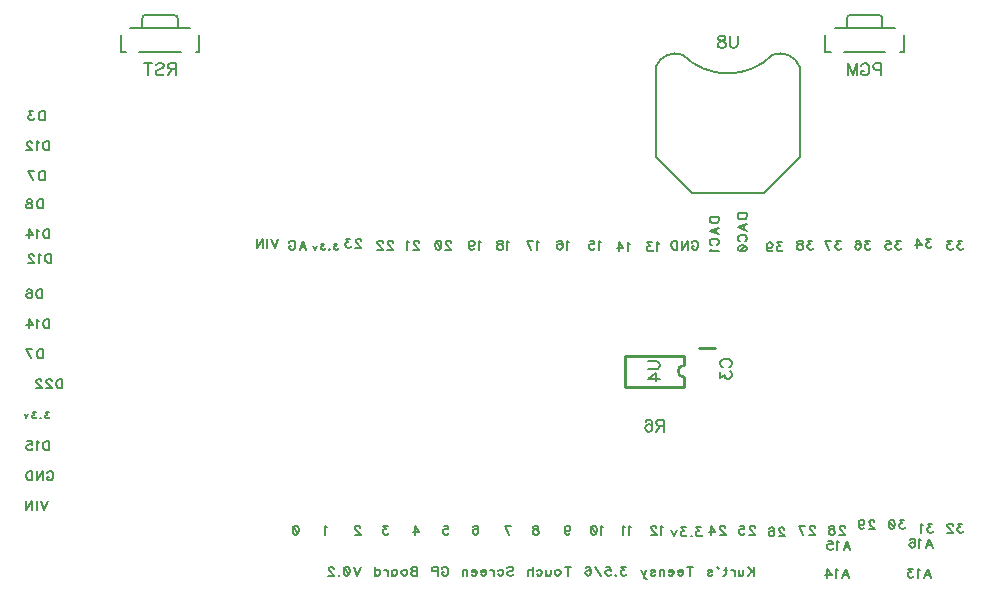
<source format=gbo>
G04 DipTrace 3.0.0.2*
G04 Teensy3.6TouchDisplayLoRa.gbo*
%MOIN*%
G04 #@! TF.FileFunction,Legend,Bot*
G04 #@! TF.Part,Single*
%ADD10C,0.009843*%
%ADD39C,0.005*%
%ADD110C,0.006176*%
%ADD111C,0.007*%
%FSLAX26Y26*%
G04*
G70*
G90*
G75*
G01*
G04 BotSilk*
%LPD*%
X2844272Y1247462D2*
D10*
X2793130D1*
X3243711Y2313703D2*
D39*
X3443712D1*
X3474946Y2288698D2*
Y2232456D1*
X3462446D1*
X3412446D2*
X3274977D1*
X3284699Y2315702D2*
Y2345705D1*
G02X3294712Y2355701I10011J-16D01*
G01*
X3392711D1*
G02X3402724Y2345705I2J-10012D01*
G01*
Y2315702D1*
X3231211Y2232456D2*
X3212477D1*
Y2288698D1*
X894877Y2313703D2*
X1094879D1*
X1126113Y2288698D2*
Y2232456D1*
X1113613D1*
X1063613D2*
X926144D1*
X935866Y2315702D2*
Y2345705D1*
G02X945879Y2355701I10011J-16D01*
G01*
X1043877D1*
G02X1053890Y2345705I2J-10012D01*
G01*
Y2315702D1*
X882377Y2232456D2*
X863643D1*
Y2288698D1*
X2742128Y1117513D2*
D10*
X2545274D1*
X2742128Y1219889D2*
X2545274D1*
Y1117513D2*
Y1219889D1*
X2742128Y1149007D2*
Y1117513D1*
Y1188395D2*
Y1219889D1*
Y1149007D2*
G02X2742128Y1188395I9J19694D01*
G01*
X3127459Y2183672D2*
D39*
G03X3037435Y2223692I-65029J-25019D01*
G01*
X2737479D2*
G03X2647455Y2183672I-24995J-65039D01*
G01*
Y1883706D1*
X2767487Y1763692D1*
X3007427D1*
X3127459Y1883706D1*
Y2183672D1*
X2737479Y2223692D2*
G03X3037435Y2223692I149978J149899D01*
G01*
X2871346Y1181811D2*
D110*
X2867544Y1183712D1*
X2863697Y1187559D1*
X2861796Y1191361D1*
Y1199011D1*
X2863697Y1202857D1*
X2867544Y1206660D1*
X2871346Y1208605D1*
X2877094Y1210507D1*
X2886689D1*
X2892393Y1208605D1*
X2896240Y1206660D1*
X2900042Y1202857D1*
X2901988Y1199010D1*
Y1191361D1*
X2900042Y1187559D1*
X2896240Y1183712D1*
X2892393Y1181811D1*
X2861840Y1165613D2*
Y1144610D1*
X2877138Y1156062D1*
Y1150314D1*
X2879040Y1146511D1*
X2880941Y1144610D1*
X2886689Y1142665D1*
X2890491D1*
X2896239Y1144610D1*
X2900086Y1148413D1*
X2901988Y1154161D1*
Y1159909D1*
X2900086Y1165612D1*
X2898141Y1167514D1*
X2894338Y1169459D1*
X3399107Y2174087D2*
X3381863D1*
X3376159Y2175989D1*
X3374213Y2177934D1*
X3372312Y2181737D1*
Y2187485D1*
X3374213Y2191287D1*
X3376159Y2193233D1*
X3381863Y2195134D1*
X3399107D1*
Y2154942D1*
X3331265Y2185583D2*
X3333166Y2189386D1*
X3337013Y2193233D1*
X3340815Y2195134D1*
X3348465D1*
X3352311Y2193233D1*
X3356114Y2189386D1*
X3358059Y2185583D1*
X3359961Y2179835D1*
Y2170241D1*
X3358059Y2164537D1*
X3356114Y2160690D1*
X3352311Y2156888D1*
X3348465Y2154942D1*
X3340815D1*
X3337013Y2156888D1*
X3333166Y2160690D1*
X3331265Y2164537D1*
Y2170241D1*
X3340815D1*
X3288316Y2154942D2*
Y2195134D1*
X3303615Y2154942D1*
X3318913Y2195134D1*
Y2154942D1*
X2675699Y987662D2*
X2658499D1*
X2652751Y989607D1*
X2650805Y991508D1*
X2648904Y995311D1*
Y999158D1*
X2650805Y1002960D1*
X2652751Y1004906D1*
X2658499Y1006807D1*
X2675699D1*
Y966615D1*
X2662301Y987662D2*
X2648904Y966615D1*
X2613605Y1001059D2*
X2615506Y1004862D1*
X2621254Y1006763D1*
X2625056D1*
X2630805Y1004862D1*
X2634651Y999114D1*
X2636553Y989563D1*
Y980012D1*
X2634651Y972363D1*
X2630805Y968516D1*
X2625056Y966615D1*
X2623155D1*
X2617451Y968516D1*
X2613605Y972363D1*
X2611703Y978111D1*
Y980012D1*
X2613605Y985760D1*
X2617451Y989563D1*
X2623155Y991464D1*
X2625056D1*
X2630805Y989563D1*
X2634651Y985760D1*
X2636553Y980012D1*
X1047422Y2175989D2*
X1030222D1*
X1024474Y2177934D1*
X1022528Y2179835D1*
X1020627Y2183638D1*
Y2187485D1*
X1022528Y2191287D1*
X1024474Y2193233D1*
X1030222Y2195134D1*
X1047422D1*
Y2154942D1*
X1034024Y2175989D2*
X1020627Y2154942D1*
X981481Y2189386D2*
X985283Y2193233D1*
X991031Y2195134D1*
X998681D1*
X1004429Y2193233D1*
X1008276Y2189386D1*
Y2185583D1*
X1006330Y2181737D1*
X1004429Y2179835D1*
X1000626Y2177934D1*
X989130Y2174087D1*
X985283Y2172186D1*
X983382Y2170241D1*
X981481Y2166438D1*
Y2160690D1*
X985283Y2156888D1*
X991031Y2154942D1*
X998681D1*
X1004429Y2156888D1*
X1008276Y2160690D1*
X955732Y2195134D2*
Y2154942D1*
X969129Y2195134D2*
X942335D1*
X2621195Y1202622D2*
X2649891D1*
X2655639Y1200721D1*
X2659442Y1196874D1*
X2661387Y1191126D1*
Y1187323D1*
X2659442Y1181575D1*
X2655639Y1177729D1*
X2649891Y1175827D1*
X2621195D1*
X2661387Y1144331D2*
X2621239D1*
X2647990Y1163476D1*
Y1134780D1*
X2920405Y2286908D2*
Y2258212D1*
X2918504Y2252464D1*
X2914657Y2248661D1*
X2908909Y2246716D1*
X2905107D1*
X2899359Y2248661D1*
X2895512Y2252464D1*
X2893610Y2258212D1*
Y2286908D1*
X2871709Y2286864D2*
X2877412Y2284962D1*
X2879358Y2281160D1*
Y2277313D1*
X2877412Y2273511D1*
X2873610Y2271565D1*
X2865960Y2269664D1*
X2860212Y2267763D1*
X2856410Y2263916D1*
X2854509Y2260113D1*
Y2254365D1*
X2856410Y2250563D1*
X2858311Y2248617D1*
X2864059Y2246716D1*
X2871709D1*
X2877412Y2248617D1*
X2879358Y2250563D1*
X2881259Y2254365D1*
Y2260113D1*
X2879358Y2263916D1*
X2875511Y2267763D1*
X2869807Y2269664D1*
X2862158Y2271565D1*
X2858311Y2273511D1*
X2856410Y2277313D1*
Y2281160D1*
X2858311Y2284962D1*
X2864059Y2286864D1*
X2871709D1*
X2974167Y517078D2*
D111*
Y486934D1*
X2954071Y517078D2*
X2974167Y496982D1*
X2967004Y504178D2*
X2954071Y486934D1*
X2940071Y507030D2*
Y492671D1*
X2938645Y488393D1*
X2935760Y486934D1*
X2931449D1*
X2928597Y488393D1*
X2924286Y492671D1*
Y507030D2*
Y486934D1*
X2910286Y507030D2*
Y486934D1*
Y498408D2*
X2908827Y502719D1*
X2905975Y505604D1*
X2903090Y507030D1*
X2898779D1*
X2880468Y517078D2*
Y492671D1*
X2879042Y488393D1*
X2876157Y486934D1*
X2873305D1*
X2884779Y507030D2*
X2874731D1*
X2852109Y517045D2*
X2859305Y508423D1*
X2850683Y515619D1*
X2852109Y517045D1*
X2820898Y502719D2*
X2822324Y505604D1*
X2826635Y507030D1*
X2830946D1*
X2835257Y505604D1*
X2836683Y502719D1*
X2835257Y499867D1*
X2832372Y498408D1*
X2825209Y496982D1*
X2822324Y495556D1*
X2820898Y492671D1*
Y491245D1*
X2822324Y488393D1*
X2826635Y486934D1*
X2830946D1*
X2835257Y488393D1*
X2836683Y491245D1*
X2762953Y517078D2*
Y486934D1*
X2773001Y517078D2*
X2752905D1*
X2738905Y498408D2*
X2721694D1*
Y501293D1*
X2723120Y504178D1*
X2724546Y505604D1*
X2727431Y507030D1*
X2731742D1*
X2734594Y505604D1*
X2737479Y502719D1*
X2738905Y498408D1*
Y495556D1*
X2737479Y491245D1*
X2734594Y488393D1*
X2731742Y486934D1*
X2727431D1*
X2724546Y488393D1*
X2721694Y491245D1*
X2707694Y498408D2*
X2690483D1*
Y501293D1*
X2691909Y504178D1*
X2693335Y505604D1*
X2696220Y507030D1*
X2700531D1*
X2703383Y505604D1*
X2706268Y502719D1*
X2707694Y498408D1*
Y495556D1*
X2706268Y491245D1*
X2703383Y488393D1*
X2700531Y486934D1*
X2696220D1*
X2693335Y488393D1*
X2690483Y491245D1*
X2676483Y507030D2*
Y486934D1*
Y501293D2*
X2672172Y505604D1*
X2669287Y507030D1*
X2665009D1*
X2662124Y505604D1*
X2660698Y501293D1*
Y486934D1*
X2630913Y502719D2*
X2632339Y505604D1*
X2636650Y507030D1*
X2640961D1*
X2645272Y505604D1*
X2646698Y502719D1*
X2645272Y499867D1*
X2642387Y498408D1*
X2635224Y496982D1*
X2632339Y495556D1*
X2630913Y492671D1*
Y491245D1*
X2632339Y488393D1*
X2636650Y486934D1*
X2640961D1*
X2645272Y488393D1*
X2646698Y491245D1*
X2615454Y507030D2*
X2606865Y486934D1*
X2609717Y481197D1*
X2612602Y478312D1*
X2615454Y476886D1*
X2616913D1*
X2598243Y507030D2*
X2606865Y486934D1*
X2547461Y517045D2*
X2531709D1*
X2540298Y505571D1*
X2535987D1*
X2533135Y504145D1*
X2531709Y502719D1*
X2530250Y498408D1*
Y495556D1*
X2531709Y491245D1*
X2534561Y488360D1*
X2538872Y486934D1*
X2543183D1*
X2547461Y488360D1*
X2548887Y489819D1*
X2550346Y492671D1*
X2514824Y489819D2*
X2516250Y488360D1*
X2514824Y486934D1*
X2513365Y488360D1*
X2514824Y489819D1*
X2482154Y517045D2*
X2496480D1*
X2497906Y504145D1*
X2496480Y505571D1*
X2492169Y507030D1*
X2487891D1*
X2483580Y505571D1*
X2480695Y502719D1*
X2479269Y498408D1*
Y495556D1*
X2480695Y491245D1*
X2483580Y488360D1*
X2487891Y486934D1*
X2492169D1*
X2496480Y488360D1*
X2497906Y489819D1*
X2499365Y492671D1*
X2465269Y486934D2*
X2445173Y517045D1*
X2413962Y512767D2*
X2415388Y515619D1*
X2419699Y517045D1*
X2422551D1*
X2426862Y515619D1*
X2429747Y511308D1*
X2431173Y504145D1*
Y496982D1*
X2429747Y491245D1*
X2426862Y488360D1*
X2422551Y486934D1*
X2421125D1*
X2416847Y488360D1*
X2413962Y491245D1*
X2412536Y495556D1*
Y496982D1*
X2413962Y501293D1*
X2416847Y504145D1*
X2421125Y505571D1*
X2422551D1*
X2426862Y504145D1*
X2429747Y501293D1*
X2431173Y496982D1*
X2354591Y517078D2*
Y486934D1*
X2364639Y517078D2*
X2344543D1*
X2323380Y507030D2*
X2326232Y505604D1*
X2329117Y502719D1*
X2330543Y498408D1*
Y495556D1*
X2329117Y491245D1*
X2326232Y488393D1*
X2323380Y486934D1*
X2319069D1*
X2316184Y488393D1*
X2313332Y491245D1*
X2311873Y495556D1*
Y498408D1*
X2313332Y502719D1*
X2316184Y505604D1*
X2319069Y507030D1*
X2323380D1*
X2297873D2*
Y492671D1*
X2296447Y488393D1*
X2293562Y486934D1*
X2289251D1*
X2286399Y488393D1*
X2282088Y492671D1*
Y507030D2*
Y486934D1*
X2250844Y502719D2*
X2253729Y505604D1*
X2256614Y507030D1*
X2260892D1*
X2263777Y505604D1*
X2266629Y502719D1*
X2268088Y498408D1*
Y495556D1*
X2266629Y491245D1*
X2263777Y488393D1*
X2260892Y486934D1*
X2256614D1*
X2253729Y488393D1*
X2250844Y491245D1*
X2236844Y517078D2*
Y486934D1*
Y501293D2*
X2232533Y505604D1*
X2229648Y507030D1*
X2225337D1*
X2222485Y505604D1*
X2221059Y501293D1*
Y486934D1*
X2153066Y512767D2*
X2155918Y515652D1*
X2160229Y517078D1*
X2165966D1*
X2170277Y515652D1*
X2173162Y512767D1*
Y509915D1*
X2171703Y507030D1*
X2170277Y505604D1*
X2167425Y504178D1*
X2158803Y501293D1*
X2155918Y499867D1*
X2154492Y498408D1*
X2153066Y495556D1*
Y491245D1*
X2155918Y488393D1*
X2160229Y486934D1*
X2165966D1*
X2170277Y488393D1*
X2173162Y491245D1*
X2121822Y502719D2*
X2124707Y505604D1*
X2127592Y507030D1*
X2131870D1*
X2134755Y505604D1*
X2137607Y502719D1*
X2139066Y498408D1*
Y495556D1*
X2137607Y491245D1*
X2134755Y488393D1*
X2131870Y486934D1*
X2127592D1*
X2124707Y488393D1*
X2121822Y491245D1*
X2107822Y507030D2*
Y486934D1*
Y498408D2*
X2106363Y502719D1*
X2103511Y505604D1*
X2100626Y507030D1*
X2096315D1*
X2082315Y498408D2*
X2065104D1*
Y501293D1*
X2066530Y504178D1*
X2067956Y505604D1*
X2070841Y507030D1*
X2075152D1*
X2078004Y505604D1*
X2080889Y502719D1*
X2082315Y498408D1*
Y495556D1*
X2080889Y491245D1*
X2078004Y488393D1*
X2075152Y486934D1*
X2070841D1*
X2067956Y488393D1*
X2065104Y491245D1*
X2051104Y498408D2*
X2033893D1*
Y501293D1*
X2035319Y504178D1*
X2036745Y505604D1*
X2039630Y507030D1*
X2043941D1*
X2046793Y505604D1*
X2049678Y502719D1*
X2051104Y498408D1*
Y495556D1*
X2049678Y491245D1*
X2046793Y488393D1*
X2043941Y486934D1*
X2039630D1*
X2036745Y488393D1*
X2033893Y491245D1*
X2019893Y507030D2*
Y486934D1*
Y501293D2*
X2015582Y505604D1*
X2012697Y507030D1*
X2008419D1*
X2005534Y505604D1*
X2004108Y501293D1*
Y486934D1*
X1934689Y509915D2*
X1936115Y512767D1*
X1939000Y515652D1*
X1941852Y517078D1*
X1947589D1*
X1950474Y515652D1*
X1953326Y512767D1*
X1954785Y509915D1*
X1956211Y505604D1*
Y498408D1*
X1954785Y494130D1*
X1953326Y491245D1*
X1950474Y488393D1*
X1947589Y486934D1*
X1941852D1*
X1939000Y488393D1*
X1936115Y491245D1*
X1934689Y494130D1*
Y498408D1*
X1941852D1*
X1920689Y501293D2*
X1907756D1*
X1903478Y502719D1*
X1902019Y504178D1*
X1900593Y507030D1*
Y511341D1*
X1902019Y514193D1*
X1903478Y515652D1*
X1907756Y517078D1*
X1920689D1*
Y486934D1*
X1852696Y517078D2*
Y486934D1*
X1839763D1*
X1835452Y488393D1*
X1834026Y489819D1*
X1832600Y492671D1*
Y496982D1*
X1834026Y499867D1*
X1835452Y501293D1*
X1839763Y502719D1*
X1835452Y504178D1*
X1834026Y505604D1*
X1832600Y508456D1*
Y511341D1*
X1834026Y514193D1*
X1835452Y515652D1*
X1839763Y517078D1*
X1852696D1*
Y502719D2*
X1839763D1*
X1811437Y507030D2*
X1814289Y505604D1*
X1817174Y502719D1*
X1818600Y498408D1*
Y495556D1*
X1817174Y491245D1*
X1814289Y488393D1*
X1811437Y486934D1*
X1807126D1*
X1804241Y488393D1*
X1801389Y491245D1*
X1799930Y495556D1*
Y498408D1*
X1801389Y502719D1*
X1804241Y505604D1*
X1807126Y507030D1*
X1811437D1*
X1768719D2*
Y486934D1*
Y502719D2*
X1771571Y505604D1*
X1774456Y507030D1*
X1778734D1*
X1781619Y505604D1*
X1784471Y502719D1*
X1785930Y498408D1*
Y495556D1*
X1784471Y491245D1*
X1781619Y488393D1*
X1778734Y486934D1*
X1774456D1*
X1771571Y488393D1*
X1768719Y491245D1*
X1754719Y507030D2*
Y486934D1*
Y498408D2*
X1753260Y502719D1*
X1750408Y505604D1*
X1747523Y507030D1*
X1743212D1*
X1712001Y517078D2*
Y486934D1*
Y502719D2*
X1714853Y505604D1*
X1717738Y507030D1*
X1722049D1*
X1724901Y505604D1*
X1727786Y502719D1*
X1729212Y498408D1*
Y495556D1*
X1727786Y491245D1*
X1724901Y488393D1*
X1722049Y486934D1*
X1717738D1*
X1714853Y488393D1*
X1712001Y491245D1*
X1664104Y517078D2*
X1652630Y486934D1*
X1641156Y517078D1*
X1618534Y517045D2*
X1622845Y515619D1*
X1625730Y511308D1*
X1627156Y504145D1*
Y499834D1*
X1625730Y492671D1*
X1622845Y488360D1*
X1618534Y486934D1*
X1615682D1*
X1611371Y488360D1*
X1608519Y492671D1*
X1607060Y499834D1*
Y504145D1*
X1608519Y511308D1*
X1611371Y515619D1*
X1615682Y517045D1*
X1618534D1*
X1608519Y511308D2*
X1625730Y492671D1*
X1591634Y489819D2*
X1593060Y488360D1*
X1591634Y486934D1*
X1590175Y488360D1*
X1591634Y489819D1*
X1574716Y509882D2*
Y511308D1*
X1573290Y514193D1*
X1571864Y515619D1*
X1568979Y517045D1*
X1563242D1*
X1560390Y515619D1*
X1558964Y514193D1*
X1557505Y511308D1*
Y508456D1*
X1558964Y505571D1*
X1561816Y501293D1*
X1576175Y486934D1*
X1556079D1*
X1448815Y654530D2*
X1453126Y653104D1*
X1456011Y648793D1*
X1457437Y641630D1*
Y637319D1*
X1456011Y630156D1*
X1453126Y625845D1*
X1448815Y624419D1*
X1445963D1*
X1441652Y625845D1*
X1438801Y630156D1*
X1437341Y637319D1*
Y641630D1*
X1438801Y648793D1*
X1441652Y653104D1*
X1445963Y654530D1*
X1448815D1*
X1438801Y648793D2*
X1456011Y630156D1*
X1550776Y648793D2*
X1547891Y650252D1*
X1543580Y654530D1*
Y624419D1*
X1662207Y647367D2*
Y648793D1*
X1660781Y651678D1*
X1659355Y653104D1*
X1656470Y654530D1*
X1650733D1*
X1647881Y653104D1*
X1646455Y651678D1*
X1644996Y648793D1*
Y645941D1*
X1646455Y643056D1*
X1649307Y638778D1*
X1663666Y624419D1*
X1643570D1*
X1754521Y654530D2*
X1738769D1*
X1747358Y643056D1*
X1743047D1*
X1740195Y641630D1*
X1738769Y640204D1*
X1737310Y635893D1*
Y633042D1*
X1738769Y628730D1*
X1741621Y625845D1*
X1745932Y624419D1*
X1750243D1*
X1754521Y625845D1*
X1755947Y627305D1*
X1757406Y630156D1*
X1844462Y624419D2*
Y654530D1*
X1858821Y634467D1*
X1837299D1*
X1940174Y654530D2*
X1954500D1*
X1955926Y641630D1*
X1954500Y643056D1*
X1950189Y644515D1*
X1945911D1*
X1941600Y643056D1*
X1938715Y640204D1*
X1937289Y635893D1*
Y633042D1*
X1938715Y628730D1*
X1941600Y625845D1*
X1945911Y624419D1*
X1950189D1*
X1954500Y625845D1*
X1955926Y627305D1*
X1957385Y630156D1*
X2038704Y650252D2*
X2040130Y653104D1*
X2044441Y654530D1*
X2047293D1*
X2051604Y653104D1*
X2054489Y648793D1*
X2055915Y641630D1*
Y634467D1*
X2054489Y628730D1*
X2051604Y625845D1*
X2047293Y624419D1*
X2045867D1*
X2041589Y625845D1*
X2038704Y628730D1*
X2037278Y633042D1*
Y634467D1*
X2038704Y638778D1*
X2041589Y641630D1*
X2045867Y643056D1*
X2047293D1*
X2051604Y641630D1*
X2054489Y638778D1*
X2055915Y634467D1*
X2157876Y624419D2*
X2143517Y654530D1*
X2163613D1*
X2250157D2*
X2254435Y653104D1*
X2255894Y650252D1*
Y647367D1*
X2254435Y644515D1*
X2251583Y643056D1*
X2245846Y641630D1*
X2241535Y640204D1*
X2238683Y637319D1*
X2237257Y634467D1*
Y630156D1*
X2238683Y627305D1*
X2240109Y625845D1*
X2244420Y624419D1*
X2250157D1*
X2254435Y625845D1*
X2255894Y627305D1*
X2257320Y630156D1*
Y634467D1*
X2255894Y637319D1*
X2253009Y640204D1*
X2248731Y641630D1*
X2242994Y643056D1*
X2240109Y644515D1*
X2238683Y647367D1*
Y650252D1*
X2240109Y653104D1*
X2244420Y654530D1*
X2250157D1*
X2343496Y644515D2*
X2344955Y640204D1*
X2347807Y637319D1*
X2352118Y635893D1*
X2353544D1*
X2357855Y637319D1*
X2360707Y640204D1*
X2362166Y644515D1*
Y645941D1*
X2360707Y650252D1*
X2357855Y653104D1*
X2353544Y654530D1*
X2352118D1*
X2347807Y653104D1*
X2344955Y650252D1*
X2343496Y644515D1*
Y637319D1*
X2344955Y630156D1*
X2347807Y625845D1*
X2352118Y624419D1*
X2354970D1*
X2359281Y625845D1*
X2360707Y628730D1*
X2472279Y648793D2*
X2469394Y650252D1*
X2465083Y654530D1*
Y624419D1*
X2442461Y654530D2*
X2446772Y653104D1*
X2449657Y648793D1*
X2451083Y641630D1*
Y637319D1*
X2449657Y630156D1*
X2446772Y625845D1*
X2442461Y624419D1*
X2439609D1*
X2435298Y625845D1*
X2432446Y630156D1*
X2430987Y637319D1*
Y641630D1*
X2432446Y648793D1*
X2435298Y653104D1*
X2439609Y654530D1*
X2442461D1*
X2432446Y648793D2*
X2449657Y630156D1*
X2565618Y648793D2*
X2562733Y650252D1*
X2558422Y654530D1*
Y624419D1*
X2544422Y648793D2*
X2541537Y650252D1*
X2537226Y654530D1*
Y624419D1*
X2672258Y648793D2*
X2669373Y650252D1*
X2665062Y654530D1*
Y624419D1*
X2649603Y647367D2*
Y648793D1*
X2648177Y651678D1*
X2646751Y653104D1*
X2643866Y654530D1*
X2638129D1*
X2635277Y653104D1*
X2633851Y651678D1*
X2632392Y648793D1*
Y645941D1*
X2633851Y643056D1*
X2636703Y638778D1*
X2651062Y624419D1*
X2630966D1*
X2799112Y648281D2*
X2783360D1*
X2791949Y636807D1*
X2787638D1*
X2784786Y635381D1*
X2783360Y633955D1*
X2781901Y629644D1*
Y626792D1*
X2783360Y622481D1*
X2786212Y619596D1*
X2790523Y618170D1*
X2794834D1*
X2799112Y619596D1*
X2800538Y621055D1*
X2801997Y623907D1*
X2766475Y621055D2*
X2767901Y619596D1*
X2766475Y618170D1*
X2765016Y619596D1*
X2766475Y621055D1*
X2748131Y648281D2*
X2732379D1*
X2740968Y636807D1*
X2736657D1*
X2733805Y635381D1*
X2732379Y633955D1*
X2730920Y629644D1*
Y626792D1*
X2732379Y622481D1*
X2735231Y619596D1*
X2739542Y618170D1*
X2743853D1*
X2748131Y619596D1*
X2749557Y621055D1*
X2751016Y623907D1*
X2716920Y638266D2*
X2708298Y618170D1*
X2699709Y638266D1*
X2878855Y647367D2*
Y648793D1*
X2877429Y651678D1*
X2876003Y653104D1*
X2873118Y654530D1*
X2867381D1*
X2864529Y653104D1*
X2863103Y651678D1*
X2861644Y648793D1*
Y645941D1*
X2863103Y643056D1*
X2865955Y638778D1*
X2880314Y624419D1*
X2860218D1*
X2831859D2*
Y654530D1*
X2846218Y634467D1*
X2824696D1*
X2977418Y647367D2*
Y648793D1*
X2975992Y651678D1*
X2974566Y653104D1*
X2971681Y654530D1*
X2965944D1*
X2963092Y653104D1*
X2961666Y651678D1*
X2960207Y648793D1*
Y645941D1*
X2961666Y643056D1*
X2964518Y638778D1*
X2978877Y624419D1*
X2958781D1*
X2927570Y654530D2*
X2941896D1*
X2943322Y641630D1*
X2941896Y643056D1*
X2937585Y644515D1*
X2933307D1*
X2928996Y643056D1*
X2926111Y640204D1*
X2924685Y635893D1*
Y633042D1*
X2926111Y628730D1*
X2928996Y625845D1*
X2933307Y624419D1*
X2937585D1*
X2941896Y625845D1*
X2943322Y627305D1*
X2944781Y630156D1*
X3075949Y641118D2*
Y642544D1*
X3074523Y645429D1*
X3073097Y646855D1*
X3070212Y648281D1*
X3064475D1*
X3061623Y646855D1*
X3060197Y645429D1*
X3058738Y642544D1*
Y639692D1*
X3060197Y636807D1*
X3063049Y632529D1*
X3077408Y618170D1*
X3057312D1*
X3026101Y644003D2*
X3027527Y646855D1*
X3031838Y648281D1*
X3034690D1*
X3039001Y646855D1*
X3041886Y642544D1*
X3043312Y635381D1*
Y628218D1*
X3041886Y622481D1*
X3039001Y619596D1*
X3034690Y618170D1*
X3033264D1*
X3028986Y619596D1*
X3026101Y622481D1*
X3024675Y626792D1*
Y628218D1*
X3026101Y632529D1*
X3028986Y635381D1*
X3033264Y636807D1*
X3034690D1*
X3039001Y635381D1*
X3041886Y632529D1*
X3043312Y628218D1*
X3177397Y647367D2*
Y648793D1*
X3175971Y651678D1*
X3174545Y653104D1*
X3171660Y654530D1*
X3165923D1*
X3163071Y653104D1*
X3161645Y651678D1*
X3160186Y648793D1*
Y645941D1*
X3161645Y643056D1*
X3164497Y638778D1*
X3178856Y624419D1*
X3158760D1*
X3139023D2*
X3124664Y654530D1*
X3144760D1*
X2659759Y1592444D2*
X2656874Y1593903D1*
X2652563Y1598181D1*
Y1568070D1*
X2635678Y1598181D2*
X2619927D1*
X2628515Y1586707D1*
X2624204D1*
X2621352Y1585281D1*
X2619927Y1583855D1*
X2618467Y1579544D1*
Y1576692D1*
X2619927Y1572381D1*
X2622778Y1569496D1*
X2627089Y1568070D1*
X2631400D1*
X2635678Y1569496D1*
X2637104Y1570955D1*
X2638563Y1573807D1*
X2561196Y1592444D2*
X2558311Y1593903D1*
X2554000Y1598181D1*
Y1568070D1*
X2525641D2*
Y1598181D1*
X2540000Y1578118D1*
X2518478D1*
X2466030Y1598694D2*
X2463145Y1600153D1*
X2458834Y1604431D1*
Y1574320D1*
X2427623Y1604431D2*
X2441949D1*
X2443375Y1591531D1*
X2441949Y1592957D1*
X2437638Y1594416D1*
X2433360D1*
X2429049Y1592957D1*
X2426164Y1590105D1*
X2424738Y1585794D1*
Y1582942D1*
X2426164Y1578631D1*
X2429049Y1575746D1*
X2433360Y1574320D1*
X2437638D1*
X2441949Y1575746D1*
X2443375Y1577205D1*
X2444834Y1580057D1*
X2358332Y1598694D2*
X2355447Y1600153D1*
X2351136Y1604431D1*
Y1574320D1*
X2319925Y1600153D2*
X2321351Y1603005D1*
X2325662Y1604431D1*
X2328514D1*
X2332825Y1603005D1*
X2335710Y1598694D1*
X2337136Y1591531D1*
Y1584368D1*
X2335710Y1578631D1*
X2332825Y1575746D1*
X2328514Y1574320D1*
X2327088D1*
X2322810Y1575746D1*
X2319925Y1578631D1*
X2318499Y1582942D1*
Y1584368D1*
X2319925Y1588679D1*
X2322810Y1591531D1*
X2327088Y1592957D1*
X2328514D1*
X2332825Y1591531D1*
X2335710Y1588679D1*
X2337136Y1584368D1*
X2259801Y1598694D2*
X2256916Y1600153D1*
X2252605Y1604431D1*
Y1574320D1*
X2232868D2*
X2218509Y1604431D1*
X2238605D1*
X2159779Y1598694D2*
X2156894Y1600153D1*
X2152583Y1604431D1*
Y1574320D1*
X2131420Y1604431D2*
X2135698Y1603005D1*
X2137157Y1600153D1*
Y1597268D1*
X2135698Y1594416D1*
X2132846Y1592957D1*
X2127109Y1591531D1*
X2122798Y1590105D1*
X2119946Y1587220D1*
X2118520Y1584368D1*
Y1580057D1*
X2119946Y1577205D1*
X2121372Y1575746D1*
X2125683Y1574320D1*
X2131420D1*
X2135698Y1575746D1*
X2137157Y1577205D1*
X2138583Y1580057D1*
Y1584368D1*
X2137157Y1587220D1*
X2134272Y1590105D1*
X2129994Y1591531D1*
X2124257Y1592957D1*
X2121372Y1594416D1*
X2119946Y1597268D1*
Y1600153D1*
X2121372Y1603005D1*
X2125683Y1604431D1*
X2131420D1*
X2064646Y1598694D2*
X2061761Y1600153D1*
X2057450Y1604431D1*
Y1574320D1*
X2024780Y1594416D2*
X2026239Y1590105D1*
X2029091Y1587220D1*
X2033402Y1585794D1*
X2034828D1*
X2039139Y1587220D1*
X2041991Y1590105D1*
X2043450Y1594416D1*
Y1595842D1*
X2041991Y1600153D1*
X2039139Y1603005D1*
X2034828Y1604431D1*
X2033402D1*
X2029091Y1603005D1*
X2026239Y1600153D1*
X2024780Y1594416D1*
Y1587220D1*
X2026239Y1580057D1*
X2029091Y1575746D1*
X2033402Y1574320D1*
X2036254D1*
X2040565Y1575746D1*
X2041991Y1578631D1*
X1965024Y1597268D2*
Y1598694D1*
X1963598Y1601579D1*
X1962173Y1603005D1*
X1959287Y1604431D1*
X1953550D1*
X1950699Y1603005D1*
X1949273Y1601579D1*
X1947814Y1598694D1*
Y1595842D1*
X1949273Y1592957D1*
X1952125Y1588679D1*
X1966484Y1574320D1*
X1946388D1*
X1923766Y1604431D2*
X1928077Y1603005D1*
X1930962Y1598694D1*
X1932388Y1591531D1*
Y1587220D1*
X1930962Y1580057D1*
X1928077Y1575746D1*
X1923766Y1574320D1*
X1920914D1*
X1916603Y1575746D1*
X1913751Y1580057D1*
X1912292Y1587220D1*
Y1591531D1*
X1913751Y1598694D1*
X1916603Y1603005D1*
X1920914Y1604431D1*
X1923766D1*
X1913751Y1598694D2*
X1930962Y1580057D1*
X1858384Y1597268D2*
Y1598694D1*
X1856958Y1601579D1*
X1855532Y1603005D1*
X1852647Y1604431D1*
X1846910D1*
X1844059Y1603005D1*
X1842633Y1601579D1*
X1841173Y1598694D1*
Y1595842D1*
X1842633Y1592957D1*
X1845484Y1588679D1*
X1859843Y1574320D1*
X1839747D1*
X1825747Y1598694D2*
X1822862Y1600153D1*
X1818551Y1604431D1*
Y1574320D1*
X1771295Y1597268D2*
Y1598694D1*
X1769869Y1601579D1*
X1768443Y1603005D1*
X1765558Y1604431D1*
X1759821D1*
X1756969Y1603005D1*
X1755543Y1601579D1*
X1754084Y1598694D1*
Y1595842D1*
X1755543Y1592957D1*
X1758395Y1588679D1*
X1772754Y1574320D1*
X1752658D1*
X1737199Y1597268D2*
Y1598694D1*
X1735773Y1601579D1*
X1734347Y1603005D1*
X1731462Y1604431D1*
X1725725D1*
X1722873Y1603005D1*
X1721447Y1601579D1*
X1719988Y1598694D1*
Y1595842D1*
X1721447Y1592957D1*
X1724299Y1588679D1*
X1738658Y1574320D1*
X1718562D1*
X2767901Y1597301D2*
X2769327Y1600153D1*
X2772212Y1603038D1*
X2775064Y1604464D1*
X2780801D1*
X2783686Y1603038D1*
X2786538Y1600153D1*
X2787997Y1597301D1*
X2789423Y1592990D1*
Y1585794D1*
X2787997Y1581516D1*
X2786538Y1578631D1*
X2783686Y1575779D1*
X2780801Y1574320D1*
X2775064D1*
X2772212Y1575779D1*
X2769327Y1578631D1*
X2767901Y1581516D1*
Y1585794D1*
X2775064D1*
X2733805Y1604464D2*
Y1574320D1*
X2753901Y1604464D1*
Y1574320D1*
X2719805Y1604464D2*
Y1574320D1*
X2709757D1*
X2705446Y1575779D1*
X2702561Y1578631D1*
X2701135Y1581516D1*
X2699709Y1585794D1*
Y1592990D1*
X2701135Y1597301D1*
X2702561Y1600153D1*
X2705446Y1603038D1*
X2709757Y1604464D1*
X2719805D1*
X2921159Y1694677D2*
X2951303D1*
Y1684629D1*
X2949844Y1680318D1*
X2946992Y1677433D1*
X2944107Y1676007D1*
X2939829Y1674581D1*
X2932633D1*
X2928322Y1676007D1*
X2925470Y1677433D1*
X2922585Y1680318D1*
X2921159Y1684629D1*
Y1694677D1*
X2951303Y1637600D2*
X2921159Y1649107D1*
X2951303Y1660581D1*
X2941255Y1656270D2*
Y1641911D1*
X2928322Y1602078D2*
X2925470Y1603504D1*
X2922585Y1606389D1*
X2921159Y1609241D1*
Y1614978D1*
X2922585Y1617863D1*
X2925470Y1620715D1*
X2928322Y1622174D1*
X2932633Y1623600D1*
X2939829D1*
X2944107Y1622174D1*
X2946992Y1620715D1*
X2949844Y1617863D1*
X2951303Y1614978D1*
Y1609241D1*
X2949844Y1606389D1*
X2946992Y1603504D1*
X2944107Y1602078D1*
X2921192Y1579456D2*
X2922618Y1583767D1*
X2926929Y1586652D1*
X2934092Y1588078D1*
X2938403D1*
X2945566Y1586652D1*
X2949877Y1583767D1*
X2951303Y1579456D1*
Y1576604D1*
X2949877Y1572293D1*
X2945566Y1569441D1*
X2938403Y1567982D1*
X2934092D1*
X2926929Y1569441D1*
X2922618Y1572293D1*
X2921192Y1576604D1*
Y1579456D1*
X2926929Y1569441D2*
X2945566Y1586652D1*
X2827218Y1681978D2*
X2857362D1*
Y1671930D1*
X2855903Y1667619D1*
X2853051Y1664734D1*
X2850166Y1663308D1*
X2845888Y1661882D1*
X2838692D1*
X2834381Y1663308D1*
X2831529Y1664734D1*
X2828644Y1667619D1*
X2827218Y1671930D1*
Y1681978D1*
X2857362Y1624901D2*
X2827218Y1636408D1*
X2857362Y1647882D1*
X2847314Y1643571D2*
Y1629212D1*
X2834381Y1589379D2*
X2831529Y1590805D1*
X2828644Y1593690D1*
X2827218Y1596542D1*
Y1602279D1*
X2828644Y1605164D1*
X2831529Y1608016D1*
X2834381Y1609475D1*
X2838692Y1610901D1*
X2845888D1*
X2850166Y1609475D1*
X2853051Y1608016D1*
X2855903Y1605164D1*
X2857362Y1602279D1*
Y1596542D1*
X2855903Y1593690D1*
X2853051Y1590805D1*
X2850166Y1589379D1*
X2832988Y1575379D2*
X2831529Y1572494D1*
X2827251Y1568183D1*
X2857362D1*
X3068306Y1598181D2*
X3052555D1*
X3061143Y1586707D1*
X3056832D1*
X3053981Y1585281D1*
X3052555Y1583855D1*
X3051095Y1579544D1*
Y1576692D1*
X3052555Y1572381D1*
X3055406Y1569496D1*
X3059718Y1568070D1*
X3064029D1*
X3068306Y1569496D1*
X3069732Y1570955D1*
X3071191Y1573807D1*
X3018425Y1588166D2*
X3019885Y1583855D1*
X3022736Y1580970D1*
X3027047Y1579544D1*
X3028473D1*
X3032784Y1580970D1*
X3035636Y1583855D1*
X3037095Y1588166D1*
Y1589592D1*
X3035636Y1593903D1*
X3032784Y1596755D1*
X3028473Y1598181D1*
X3027047D1*
X3022736Y1596755D1*
X3019885Y1593903D1*
X3018425Y1588166D1*
Y1580970D1*
X3019885Y1573807D1*
X3022736Y1569496D1*
X3027047Y1568070D1*
X3029899D1*
X3034210Y1569496D1*
X3035636Y1572381D1*
X3169689Y1604431D2*
X3153937D1*
X3162526Y1592957D1*
X3158215D1*
X3155363Y1591531D1*
X3153937Y1590105D1*
X3152478Y1585794D1*
Y1582942D1*
X3153937Y1578631D1*
X3156789Y1575746D1*
X3161100Y1574320D1*
X3165411D1*
X3169689Y1575746D1*
X3171115Y1577205D1*
X3172574Y1580057D1*
X3131315Y1604431D2*
X3135593Y1603005D1*
X3137052Y1600153D1*
Y1597268D1*
X3135593Y1594416D1*
X3132741Y1592957D1*
X3127004Y1591531D1*
X3122693Y1590105D1*
X3119841Y1587220D1*
X3118415Y1584368D1*
Y1580057D1*
X3119841Y1577205D1*
X3121267Y1575746D1*
X3125578Y1574320D1*
X3131315D1*
X3135593Y1575746D1*
X3137052Y1577205D1*
X3138478Y1580057D1*
Y1584368D1*
X3137052Y1587220D1*
X3134167Y1590105D1*
X3129889Y1591531D1*
X3124152Y1592957D1*
X3121267Y1594416D1*
X3119841Y1597268D1*
Y1600153D1*
X3121267Y1603005D1*
X3125578Y1604431D1*
X3131315D1*
X3263462D2*
X3247710D1*
X3256299Y1592957D1*
X3251988D1*
X3249136Y1591531D1*
X3247710Y1590105D1*
X3246251Y1585794D1*
Y1582942D1*
X3247710Y1578631D1*
X3250562Y1575746D1*
X3254873Y1574320D1*
X3259184D1*
X3263462Y1575746D1*
X3264888Y1577205D1*
X3266347Y1580057D1*
X3226514Y1574320D2*
X3212155Y1604431D1*
X3232251D1*
X3361992D2*
X3346241D1*
X3354829Y1592957D1*
X3350518D1*
X3347667Y1591531D1*
X3346241Y1590105D1*
X3344781Y1585794D1*
Y1582942D1*
X3346241Y1578631D1*
X3349092Y1575746D1*
X3353404Y1574320D1*
X3357715D1*
X3361992Y1575746D1*
X3363418Y1577205D1*
X3364877Y1580057D1*
X3313571Y1600153D2*
X3314996Y1603005D1*
X3319308Y1604431D1*
X3322159D1*
X3326470Y1603005D1*
X3329356Y1598694D1*
X3330781Y1591531D1*
Y1584368D1*
X3329356Y1578631D1*
X3326470Y1575746D1*
X3322159Y1574320D1*
X3320733D1*
X3316456Y1575746D1*
X3313571Y1578631D1*
X3312145Y1582942D1*
Y1584368D1*
X3313571Y1588679D1*
X3316456Y1591531D1*
X3320733Y1592957D1*
X3322159D1*
X3326470Y1591531D1*
X3329356Y1588679D1*
X3330781Y1584368D1*
X3463441Y1604431D2*
X3447689D1*
X3456278Y1592957D1*
X3451967D1*
X3449115Y1591531D1*
X3447689Y1590105D1*
X3446230Y1585794D1*
Y1582942D1*
X3447689Y1578631D1*
X3450541Y1575746D1*
X3454852Y1574320D1*
X3459163D1*
X3463441Y1575746D1*
X3464867Y1577205D1*
X3466326Y1580057D1*
X3415019Y1604431D2*
X3429345D1*
X3430771Y1591531D1*
X3429345Y1592957D1*
X3425034Y1594416D1*
X3420756D1*
X3416445Y1592957D1*
X3413560Y1590105D1*
X3412134Y1585794D1*
Y1582942D1*
X3413560Y1578631D1*
X3416445Y1575746D1*
X3420756Y1574320D1*
X3425034D1*
X3429345Y1575746D1*
X3430771Y1577205D1*
X3432230Y1580057D1*
X3564856Y1610680D2*
X3549105D1*
X3557694Y1599206D1*
X3553383D1*
X3550531Y1597780D1*
X3549105Y1596354D1*
X3547646Y1592043D1*
Y1589191D1*
X3549105Y1584880D1*
X3551957Y1581995D1*
X3556268Y1580569D1*
X3560579D1*
X3564856Y1581995D1*
X3566282Y1583454D1*
X3567742Y1586306D1*
X3519287Y1580569D2*
Y1610680D1*
X3533646Y1590617D1*
X3512124D1*
X3669669Y1604431D2*
X3653918D1*
X3662506Y1592957D1*
X3658195D1*
X3655343Y1591531D1*
X3653918Y1590105D1*
X3652458Y1585794D1*
Y1582942D1*
X3653918Y1578631D1*
X3656769Y1575746D1*
X3661080Y1574320D1*
X3665391D1*
X3669669Y1575746D1*
X3671095Y1577205D1*
X3672554Y1580057D1*
X3635573Y1604431D2*
X3619822D1*
X3628410Y1592957D1*
X3624099D1*
X3621247Y1591531D1*
X3619822Y1590105D1*
X3618362Y1585794D1*
Y1582942D1*
X3619822Y1578631D1*
X3622673Y1575746D1*
X3626984Y1574320D1*
X3631295D1*
X3635573Y1575746D1*
X3636999Y1577205D1*
X3638458Y1580057D1*
X610376Y2035668D2*
Y2005524D1*
X600328D1*
X596017Y2006984D1*
X593132Y2009835D1*
X591706Y2012721D1*
X590280Y2016998D1*
Y2024194D1*
X591706Y2028506D1*
X593132Y2031357D1*
X596017Y2034242D1*
X600328Y2035668D1*
X610376D1*
X573395Y2035635D2*
X557643D1*
X566232Y2024161D1*
X561921D1*
X559069Y2022735D1*
X557643Y2021309D1*
X556184Y2016998D1*
Y2014146D1*
X557643Y2009835D1*
X560495Y2006950D1*
X564806Y2005524D1*
X569117D1*
X573395Y2006950D1*
X574821Y2008410D1*
X576280Y2011261D1*
X625323Y1935679D2*
Y1905535D1*
X615275D1*
X610964Y1906994D1*
X608079Y1909846D1*
X606653Y1912731D1*
X605227Y1917009D1*
Y1924205D1*
X606653Y1928516D1*
X608079Y1931368D1*
X610964Y1934253D1*
X615275Y1935679D1*
X625323D1*
X591227Y1929909D2*
X588342Y1931368D1*
X584031Y1935646D1*
Y1905535D1*
X568571Y1928483D2*
Y1929909D1*
X567146Y1932794D1*
X565720Y1934220D1*
X562835Y1935646D1*
X557098D1*
X554246Y1934220D1*
X552820Y1932794D1*
X551361Y1929909D1*
Y1927057D1*
X552820Y1924172D1*
X555672Y1919894D1*
X570031Y1905535D1*
X549935D1*
X610376Y1835689D2*
Y1805545D1*
X600328D1*
X596017Y1807005D1*
X593132Y1809856D1*
X591706Y1812742D1*
X590280Y1817019D1*
Y1824215D1*
X591706Y1828527D1*
X593132Y1831378D1*
X596017Y1834263D1*
X600328Y1835689D1*
X610376D1*
X570543Y1805545D2*
X556184Y1835656D1*
X576280D1*
X604093Y1741949D2*
Y1711805D1*
X594045D1*
X589734Y1713264D1*
X586849Y1716116D1*
X585423Y1719001D1*
X583997Y1723279D1*
Y1730475D1*
X585423Y1734786D1*
X586849Y1737638D1*
X589734Y1740523D1*
X594045Y1741949D1*
X604093D1*
X562835Y1741916D2*
X567112Y1740490D1*
X568571Y1737638D1*
Y1734753D1*
X567112Y1731901D1*
X564260Y1730442D1*
X558523Y1729016D1*
X554212Y1727590D1*
X551361Y1724705D1*
X549935Y1721853D1*
Y1717542D1*
X551361Y1714690D1*
X552787Y1713231D1*
X557098Y1711805D1*
X562835D1*
X567112Y1713231D1*
X568571Y1714690D1*
X569997Y1717542D1*
Y1721853D1*
X568571Y1724705D1*
X565686Y1727590D1*
X561409Y1729016D1*
X555672Y1730442D1*
X552787Y1731901D1*
X551361Y1734753D1*
Y1737638D1*
X552787Y1740490D1*
X557098Y1741916D1*
X562835D1*
X626749Y1641960D2*
Y1611816D1*
X616701D1*
X612390Y1613275D1*
X609505Y1616127D1*
X608079Y1619012D1*
X606653Y1623290D1*
Y1630486D1*
X608079Y1634797D1*
X609505Y1637649D1*
X612390Y1640534D1*
X616701Y1641960D1*
X626749D1*
X592653Y1636190D2*
X589768Y1637649D1*
X585457Y1641927D1*
Y1611816D1*
X557098D2*
Y1641927D1*
X571457Y1621864D1*
X549935D1*
X631572Y1560718D2*
Y1530574D1*
X621524D1*
X617213Y1532033D1*
X614328Y1534885D1*
X612902Y1537770D1*
X611476Y1542048D1*
Y1549244D1*
X612902Y1553555D1*
X614328Y1556407D1*
X617213Y1559292D1*
X621524Y1560718D1*
X631572D1*
X597476Y1554948D2*
X594591Y1556407D1*
X590280Y1560685D1*
Y1530574D1*
X574821Y1553522D2*
Y1554948D1*
X573395Y1557833D1*
X571969Y1559259D1*
X569084Y1560685D1*
X563347D1*
X560495Y1559259D1*
X559069Y1557833D1*
X557610Y1554948D1*
Y1552096D1*
X559069Y1549211D1*
X561921Y1544933D1*
X576280Y1530574D1*
X556184D1*
X602667Y1441981D2*
Y1411837D1*
X592619D1*
X588308Y1413296D1*
X585423Y1416148D1*
X583997Y1419033D1*
X582571Y1423311D1*
Y1430507D1*
X583997Y1434818D1*
X585423Y1437670D1*
X588308Y1440555D1*
X592619Y1441981D1*
X602667D1*
X551361Y1437670D2*
X552787Y1440522D1*
X557098Y1441948D1*
X559949D1*
X564260Y1440522D1*
X567146Y1436211D1*
X568571Y1429048D1*
Y1421885D1*
X567146Y1416148D1*
X564260Y1413263D1*
X559949Y1411837D1*
X558523D1*
X554246Y1413263D1*
X551361Y1416148D1*
X549935Y1420459D1*
Y1421885D1*
X551361Y1426196D1*
X554246Y1429048D1*
X558523Y1430474D1*
X559949D1*
X564260Y1429048D1*
X567146Y1426196D1*
X568571Y1421885D1*
X626749Y1341991D2*
Y1311847D1*
X616701D1*
X612390Y1313306D1*
X609505Y1316158D1*
X608079Y1319043D1*
X606653Y1323321D1*
Y1330517D1*
X608079Y1334828D1*
X609505Y1337680D1*
X612390Y1340565D1*
X616701Y1341991D1*
X626749D1*
X592653Y1336221D2*
X589768Y1337680D1*
X585457Y1341958D1*
Y1311847D1*
X557098D2*
Y1341958D1*
X571457Y1321895D1*
X549935D1*
X604127Y1242002D2*
Y1211858D1*
X594079D1*
X589768Y1213317D1*
X586883Y1216169D1*
X585457Y1219054D1*
X584031Y1223332D1*
Y1230528D1*
X585457Y1234839D1*
X586883Y1237691D1*
X589768Y1240576D1*
X594079Y1242002D1*
X604127D1*
X564294Y1211858D2*
X549935Y1241969D1*
X570031D1*
X669469Y1142012D2*
Y1111868D1*
X659421D1*
X655110Y1113327D1*
X652225Y1116179D1*
X650799Y1119064D1*
X649373Y1123342D1*
Y1130538D1*
X650799Y1134849D1*
X652225Y1137701D1*
X655110Y1140586D1*
X659421Y1142012D1*
X669469D1*
X633914Y1134816D2*
Y1136242D1*
X632488Y1139127D1*
X631062Y1140553D1*
X628177Y1141979D1*
X622440D1*
X619588Y1140553D1*
X618162Y1139127D1*
X616703Y1136242D1*
Y1133390D1*
X618162Y1130505D1*
X621014Y1126227D1*
X635373Y1111868D1*
X615277D1*
X599818Y1134816D2*
Y1136242D1*
X598392Y1139127D1*
X596966Y1140553D1*
X594081Y1141979D1*
X588344D1*
X585492Y1140553D1*
X584066Y1139127D1*
X582607Y1136242D1*
Y1133390D1*
X584066Y1130505D1*
X586918Y1126227D1*
X601277Y1111868D1*
X581181D1*
X623954Y1032122D2*
X613453D1*
X619179Y1024472D1*
X616305D1*
X614403Y1023522D1*
X613453Y1022571D1*
X612480Y1019697D1*
Y1017796D1*
X613453Y1014922D1*
X615354Y1012998D1*
X618228Y1012048D1*
X621102D1*
X623954Y1012998D1*
X624905Y1013971D1*
X625877Y1015873D1*
X597529Y1013971D2*
X598480Y1012998D1*
X597529Y1012048D1*
X596557Y1012998D1*
X597529Y1013971D1*
X580633Y1032122D2*
X570132D1*
X575858Y1024472D1*
X572984D1*
X571083Y1023522D1*
X570132Y1022571D1*
X569159Y1019697D1*
Y1017796D1*
X570132Y1014922D1*
X572033Y1012998D1*
X574907Y1012048D1*
X577781D1*
X580633Y1012998D1*
X581584Y1013971D1*
X582557Y1015873D1*
X555159Y1025445D2*
X549411Y1012048D1*
X543685Y1025445D1*
X625323Y935784D2*
Y905640D1*
X615275D1*
X610964Y907099D1*
X608079Y909951D1*
X606653Y912836D1*
X605227Y917114D1*
Y924310D1*
X606653Y928621D1*
X608079Y931473D1*
X610964Y934358D1*
X615275Y935784D1*
X625323D1*
X591227Y930014D2*
X588342Y931473D1*
X584031Y935751D1*
Y905640D1*
X552820Y935751D2*
X567146D1*
X568571Y922851D1*
X567146Y924277D1*
X562835Y925736D1*
X558557D1*
X554246Y924277D1*
X551361Y921425D1*
X549935Y917114D1*
Y914262D1*
X551361Y909951D1*
X554246Y907066D1*
X558557Y905640D1*
X562835D1*
X567146Y907066D1*
X568571Y908525D1*
X570031Y911377D1*
X618127Y828631D2*
X619553Y831483D1*
X622438Y834368D1*
X625290Y835794D1*
X631027D1*
X633912Y834368D1*
X636763Y831483D1*
X638223Y828631D1*
X639649Y824320D1*
Y817124D1*
X638223Y812847D1*
X636763Y809961D1*
X633912Y807110D1*
X631027Y805650D1*
X625290D1*
X622438Y807110D1*
X619553Y809961D1*
X618127Y812847D1*
Y817124D1*
X625290D1*
X584031Y835794D2*
Y805650D1*
X604127Y835794D1*
Y805650D1*
X570031Y835794D2*
Y805650D1*
X559983D1*
X555672Y807110D1*
X552787Y809961D1*
X551361Y812847D1*
X549935Y817124D1*
Y824320D1*
X551361Y828631D1*
X552787Y831483D1*
X555672Y834368D1*
X559983Y835794D1*
X570031D1*
X620979Y735805D2*
X609505Y705661D1*
X598031Y735805D1*
X584031D2*
Y705661D1*
X549935Y735805D2*
Y705661D1*
X570031Y735805D1*
Y705661D1*
X3277353Y647367D2*
Y648793D1*
X3275928Y651678D1*
X3274502Y653104D1*
X3271617Y654530D1*
X3265880D1*
X3263028Y653104D1*
X3261602Y651678D1*
X3260143Y648793D1*
Y645941D1*
X3261602Y643056D1*
X3264454Y638778D1*
X3278813Y624419D1*
X3258717D1*
X3237554Y654530D2*
X3241832Y653104D1*
X3243291Y650252D1*
Y647367D1*
X3241832Y644515D1*
X3238980Y643056D1*
X3233243Y641630D1*
X3228932Y640204D1*
X3226080Y637319D1*
X3224654Y634467D1*
Y630156D1*
X3226080Y627305D1*
X3227506Y625845D1*
X3231817Y624419D1*
X3237554D1*
X3241832Y625845D1*
X3243291Y627305D1*
X3244717Y630156D1*
Y634467D1*
X3243291Y637319D1*
X3240406Y640204D1*
X3236128Y641630D1*
X3230391Y643056D1*
X3227506Y644515D1*
X3226080Y647367D1*
Y650252D1*
X3227506Y653104D1*
X3231817Y654530D1*
X3237554D1*
X3375950Y666115D2*
Y667541D1*
X3374524Y670426D1*
X3373098Y671852D1*
X3370213Y673278D1*
X3364476D1*
X3361624Y671852D1*
X3360198Y670426D1*
X3358739Y667541D1*
Y664689D1*
X3360198Y661804D1*
X3363050Y657527D1*
X3377409Y643167D1*
X3357313D1*
X3324643Y663263D2*
X3326102Y658952D1*
X3328954Y656067D1*
X3333265Y654641D1*
X3334691D1*
X3339002Y656067D1*
X3341854Y658952D1*
X3343313Y663263D1*
Y664689D1*
X3341854Y669000D1*
X3339002Y671852D1*
X3334691Y673278D1*
X3333265D1*
X3328954Y671852D1*
X3326102Y669000D1*
X3324643Y663263D1*
Y656067D1*
X3326102Y648904D1*
X3328954Y644593D1*
X3333265Y643167D1*
X3336117D1*
X3340428Y644593D1*
X3341854Y647479D1*
X3475940Y673278D2*
X3460188D1*
X3468777Y661804D1*
X3464466D1*
X3461614Y660378D1*
X3460188Y658952D1*
X3458729Y654641D1*
Y651790D1*
X3460188Y647479D1*
X3463040Y644593D1*
X3467351Y643167D1*
X3471662D1*
X3475940Y644593D1*
X3477366Y646053D1*
X3478825Y648904D1*
X3436107Y673278D2*
X3440418Y671852D1*
X3443303Y667541D1*
X3444729Y660378D1*
Y656067D1*
X3443303Y648904D1*
X3440418Y644593D1*
X3436107Y643167D1*
X3433255D1*
X3428944Y644593D1*
X3426092Y648904D1*
X3424633Y656067D1*
Y660378D1*
X3426092Y667541D1*
X3428944Y671852D1*
X3433255Y673278D1*
X3436107D1*
X3426092Y667541D2*
X3443303Y648904D1*
X3569279Y660780D2*
X3553527D1*
X3562116Y649306D1*
X3557805D1*
X3554953Y647880D1*
X3553527Y646454D1*
X3552068Y642143D1*
Y639291D1*
X3553527Y634980D1*
X3556379Y632095D1*
X3560690Y630669D1*
X3565001D1*
X3569279Y632095D1*
X3570705Y633554D1*
X3572164Y636406D1*
X3538068Y655043D2*
X3535183Y656502D1*
X3530872Y660780D1*
Y630669D1*
X3669669Y660780D2*
X3653918D1*
X3662506Y649306D1*
X3658195D1*
X3655343Y647880D1*
X3653918Y646454D1*
X3652458Y642143D1*
Y639291D1*
X3653918Y634980D1*
X3656769Y632095D1*
X3661080Y630669D1*
X3665391D1*
X3669669Y632095D1*
X3671095Y633554D1*
X3672554Y636406D1*
X3636999Y653617D2*
Y655043D1*
X3635573Y657928D1*
X3634147Y659354D1*
X3631262Y660780D1*
X3625525D1*
X3622673Y659354D1*
X3621247Y657928D1*
X3619788Y655043D1*
Y652191D1*
X3621247Y649306D1*
X3624099Y645028D1*
X3638458Y630669D1*
X3618362D1*
X3542418Y480685D2*
X3553925Y510829D1*
X3565399Y480685D1*
X3561088Y490733D2*
X3546729D1*
X3528418Y505058D2*
X3525533Y506518D1*
X3521222Y510795D1*
Y480685D1*
X3504337Y510795D2*
X3488585D1*
X3497174Y499321D1*
X3492863D1*
X3490011Y497895D1*
X3488585Y496470D1*
X3487126Y492159D1*
Y489307D1*
X3488585Y484996D1*
X3491437Y482110D1*
X3495748Y480685D1*
X3500059D1*
X3504337Y482110D1*
X3505763Y483570D1*
X3507222Y486422D1*
X3268873Y480685D2*
X3280380Y510829D1*
X3291854Y480685D1*
X3287543Y490733D2*
X3273184D1*
X3254873Y505058D2*
X3251988Y506518D1*
X3247677Y510795D1*
Y480685D1*
X3219318D2*
Y510795D1*
X3233677Y490733D1*
X3212155D1*
X3273697Y574425D2*
X3285204Y604569D1*
X3296678Y574425D1*
X3292367Y584473D2*
X3278008D1*
X3259697Y598799D2*
X3256811Y600258D1*
X3252500Y604536D1*
Y574425D1*
X3221289Y604536D2*
X3235615D1*
X3237041Y591636D1*
X3235615Y593062D1*
X3231304Y594521D1*
X3227026D1*
X3222715Y593062D1*
X3219830Y590210D1*
X3218404Y585899D1*
Y583047D1*
X3219830Y578736D1*
X3222715Y575851D1*
X3227026Y574425D1*
X3231304D1*
X3235615Y575851D1*
X3237041Y577310D1*
X3238500Y580162D1*
X3547209Y580674D2*
X3558716Y610818D1*
X3570190Y580674D1*
X3565879Y590722D2*
X3551520D1*
X3533209Y605048D2*
X3530323Y606507D1*
X3526012Y610785D1*
Y580674D1*
X3494801Y606507D2*
X3496227Y609359D1*
X3500538Y610785D1*
X3503390D1*
X3507701Y609359D1*
X3510586Y605048D1*
X3512012Y597885D1*
Y590722D1*
X3510586Y584985D1*
X3507701Y582100D1*
X3503390Y580674D1*
X3501964D1*
X3497687Y582100D1*
X3494801Y584985D1*
X3493376Y589296D1*
Y590722D1*
X3494801Y595033D1*
X3497687Y597885D1*
X3501964Y599311D1*
X3503390D1*
X3507701Y597885D1*
X3510586Y595033D1*
X3512012Y590722D1*
X1389648Y1610713D2*
X1378174Y1580569D1*
X1366700Y1610713D1*
X1352700D2*
Y1580569D1*
X1318604Y1610713D2*
Y1580569D1*
X1338700Y1610713D1*
Y1580569D1*
X1460365Y1574320D2*
X1471872Y1604464D1*
X1483346Y1574320D1*
X1479035Y1584368D2*
X1464676D1*
X1424843Y1597301D2*
X1426269Y1600153D1*
X1429154Y1603038D1*
X1432006Y1604464D1*
X1437743D1*
X1440628Y1603038D1*
X1443480Y1600153D1*
X1444939Y1597301D1*
X1446365Y1592990D1*
Y1585794D1*
X1444939Y1581516D1*
X1443480Y1578631D1*
X1440628Y1575779D1*
X1437743Y1574320D1*
X1432006D1*
X1429154Y1575779D1*
X1426269Y1578631D1*
X1424843Y1581516D1*
Y1585794D1*
X1432006D1*
X1586353Y1594563D2*
X1575852D1*
X1581578Y1586913D1*
X1578704D1*
X1576802Y1585963D1*
X1575852Y1585012D1*
X1574879Y1582138D1*
Y1580237D1*
X1575852Y1577363D1*
X1577753Y1575439D1*
X1580627Y1574489D1*
X1583501D1*
X1586353Y1575439D1*
X1587303Y1576412D1*
X1588276Y1578313D1*
X1559928Y1576412D2*
X1560879Y1575439D1*
X1559928Y1574489D1*
X1558955Y1575439D1*
X1559928Y1576412D1*
X1543032Y1594563D2*
X1532531D1*
X1538257Y1586913D1*
X1535383D1*
X1533482Y1585963D1*
X1532531Y1585012D1*
X1531558Y1582138D1*
Y1580237D1*
X1532531Y1577363D1*
X1534432Y1575439D1*
X1537306Y1574489D1*
X1540180D1*
X1543032Y1575439D1*
X1543983Y1576412D1*
X1544955Y1578313D1*
X1517558Y1587886D2*
X1511810Y1574489D1*
X1506084Y1587886D1*
X1665056Y1603517D2*
Y1604943D1*
X1663630Y1607828D1*
X1662204Y1609254D1*
X1659319Y1610680D1*
X1653582D1*
X1650730Y1609254D1*
X1649304Y1607828D1*
X1647845Y1604943D1*
Y1602091D1*
X1649304Y1599206D1*
X1652156Y1594928D1*
X1666515Y1580569D1*
X1646419D1*
X1629534Y1610680D2*
X1613782D1*
X1622371Y1599206D1*
X1618060D1*
X1615208Y1597780D1*
X1613782Y1596354D1*
X1612323Y1592043D1*
Y1589191D1*
X1613782Y1584880D1*
X1616634Y1581995D1*
X1620945Y1580569D1*
X1625256D1*
X1629534Y1581995D1*
X1630960Y1583454D1*
X1632419Y1586306D1*
M02*

</source>
